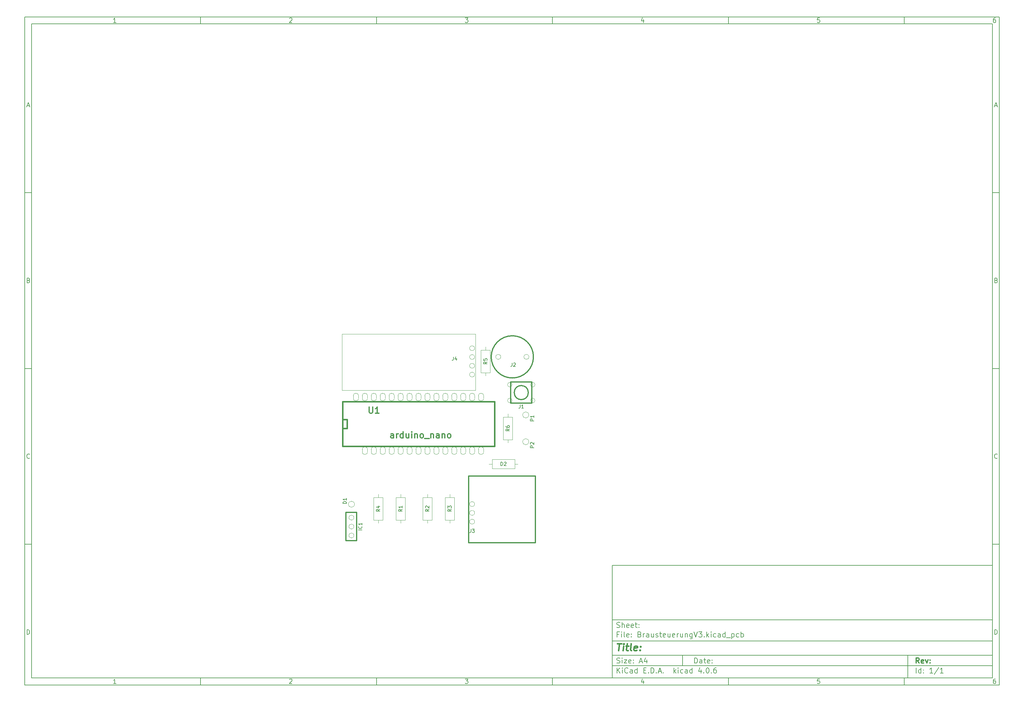
<source format=gto>
%TF.GenerationSoftware,KiCad,Pcbnew,4.0.6*%
%TF.CreationDate,2018-01-11T12:13:06+01:00*%
%TF.ProjectId,BrausteuerungV3,42726175737465756572756E6756332E,rev?*%
%TF.FileFunction,Legend,Top*%
%FSLAX46Y46*%
G04 Gerber Fmt 4.6, Leading zero omitted, Abs format (unit mm)*
G04 Created by KiCad (PCBNEW 4.0.6) date 01/11/18 12:13:06*
%MOMM*%
%LPD*%
G01*
G04 APERTURE LIST*
%ADD10C,0.100000*%
%ADD11C,0.150000*%
%ADD12C,0.300000*%
%ADD13C,0.400000*%
%ADD14C,0.120000*%
%ADD15C,0.381000*%
%ADD16C,0.304800*%
G04 APERTURE END LIST*
D10*
D11*
X177002200Y-166007200D02*
X177002200Y-198007200D01*
X285002200Y-198007200D01*
X285002200Y-166007200D01*
X177002200Y-166007200D01*
D10*
D11*
X10000000Y-10000000D02*
X10000000Y-200007200D01*
X287002200Y-200007200D01*
X287002200Y-10000000D01*
X10000000Y-10000000D01*
D10*
D11*
X12000000Y-12000000D02*
X12000000Y-198007200D01*
X285002200Y-198007200D01*
X285002200Y-12000000D01*
X12000000Y-12000000D01*
D10*
D11*
X60000000Y-12000000D02*
X60000000Y-10000000D01*
D10*
D11*
X110000000Y-12000000D02*
X110000000Y-10000000D01*
D10*
D11*
X160000000Y-12000000D02*
X160000000Y-10000000D01*
D10*
D11*
X210000000Y-12000000D02*
X210000000Y-10000000D01*
D10*
D11*
X260000000Y-12000000D02*
X260000000Y-10000000D01*
D10*
D11*
X35990476Y-11588095D02*
X35247619Y-11588095D01*
X35619048Y-11588095D02*
X35619048Y-10288095D01*
X35495238Y-10473810D01*
X35371429Y-10597619D01*
X35247619Y-10659524D01*
D10*
D11*
X85247619Y-10411905D02*
X85309524Y-10350000D01*
X85433333Y-10288095D01*
X85742857Y-10288095D01*
X85866667Y-10350000D01*
X85928571Y-10411905D01*
X85990476Y-10535714D01*
X85990476Y-10659524D01*
X85928571Y-10845238D01*
X85185714Y-11588095D01*
X85990476Y-11588095D01*
D10*
D11*
X135185714Y-10288095D02*
X135990476Y-10288095D01*
X135557143Y-10783333D01*
X135742857Y-10783333D01*
X135866667Y-10845238D01*
X135928571Y-10907143D01*
X135990476Y-11030952D01*
X135990476Y-11340476D01*
X135928571Y-11464286D01*
X135866667Y-11526190D01*
X135742857Y-11588095D01*
X135371429Y-11588095D01*
X135247619Y-11526190D01*
X135185714Y-11464286D01*
D10*
D11*
X185866667Y-10721429D02*
X185866667Y-11588095D01*
X185557143Y-10226190D02*
X185247619Y-11154762D01*
X186052381Y-11154762D01*
D10*
D11*
X235928571Y-10288095D02*
X235309524Y-10288095D01*
X235247619Y-10907143D01*
X235309524Y-10845238D01*
X235433333Y-10783333D01*
X235742857Y-10783333D01*
X235866667Y-10845238D01*
X235928571Y-10907143D01*
X235990476Y-11030952D01*
X235990476Y-11340476D01*
X235928571Y-11464286D01*
X235866667Y-11526190D01*
X235742857Y-11588095D01*
X235433333Y-11588095D01*
X235309524Y-11526190D01*
X235247619Y-11464286D01*
D10*
D11*
X285866667Y-10288095D02*
X285619048Y-10288095D01*
X285495238Y-10350000D01*
X285433333Y-10411905D01*
X285309524Y-10597619D01*
X285247619Y-10845238D01*
X285247619Y-11340476D01*
X285309524Y-11464286D01*
X285371429Y-11526190D01*
X285495238Y-11588095D01*
X285742857Y-11588095D01*
X285866667Y-11526190D01*
X285928571Y-11464286D01*
X285990476Y-11340476D01*
X285990476Y-11030952D01*
X285928571Y-10907143D01*
X285866667Y-10845238D01*
X285742857Y-10783333D01*
X285495238Y-10783333D01*
X285371429Y-10845238D01*
X285309524Y-10907143D01*
X285247619Y-11030952D01*
D10*
D11*
X60000000Y-198007200D02*
X60000000Y-200007200D01*
D10*
D11*
X110000000Y-198007200D02*
X110000000Y-200007200D01*
D10*
D11*
X160000000Y-198007200D02*
X160000000Y-200007200D01*
D10*
D11*
X210000000Y-198007200D02*
X210000000Y-200007200D01*
D10*
D11*
X260000000Y-198007200D02*
X260000000Y-200007200D01*
D10*
D11*
X35990476Y-199595295D02*
X35247619Y-199595295D01*
X35619048Y-199595295D02*
X35619048Y-198295295D01*
X35495238Y-198481010D01*
X35371429Y-198604819D01*
X35247619Y-198666724D01*
D10*
D11*
X85247619Y-198419105D02*
X85309524Y-198357200D01*
X85433333Y-198295295D01*
X85742857Y-198295295D01*
X85866667Y-198357200D01*
X85928571Y-198419105D01*
X85990476Y-198542914D01*
X85990476Y-198666724D01*
X85928571Y-198852438D01*
X85185714Y-199595295D01*
X85990476Y-199595295D01*
D10*
D11*
X135185714Y-198295295D02*
X135990476Y-198295295D01*
X135557143Y-198790533D01*
X135742857Y-198790533D01*
X135866667Y-198852438D01*
X135928571Y-198914343D01*
X135990476Y-199038152D01*
X135990476Y-199347676D01*
X135928571Y-199471486D01*
X135866667Y-199533390D01*
X135742857Y-199595295D01*
X135371429Y-199595295D01*
X135247619Y-199533390D01*
X135185714Y-199471486D01*
D10*
D11*
X185866667Y-198728629D02*
X185866667Y-199595295D01*
X185557143Y-198233390D02*
X185247619Y-199161962D01*
X186052381Y-199161962D01*
D10*
D11*
X235928571Y-198295295D02*
X235309524Y-198295295D01*
X235247619Y-198914343D01*
X235309524Y-198852438D01*
X235433333Y-198790533D01*
X235742857Y-198790533D01*
X235866667Y-198852438D01*
X235928571Y-198914343D01*
X235990476Y-199038152D01*
X235990476Y-199347676D01*
X235928571Y-199471486D01*
X235866667Y-199533390D01*
X235742857Y-199595295D01*
X235433333Y-199595295D01*
X235309524Y-199533390D01*
X235247619Y-199471486D01*
D10*
D11*
X285866667Y-198295295D02*
X285619048Y-198295295D01*
X285495238Y-198357200D01*
X285433333Y-198419105D01*
X285309524Y-198604819D01*
X285247619Y-198852438D01*
X285247619Y-199347676D01*
X285309524Y-199471486D01*
X285371429Y-199533390D01*
X285495238Y-199595295D01*
X285742857Y-199595295D01*
X285866667Y-199533390D01*
X285928571Y-199471486D01*
X285990476Y-199347676D01*
X285990476Y-199038152D01*
X285928571Y-198914343D01*
X285866667Y-198852438D01*
X285742857Y-198790533D01*
X285495238Y-198790533D01*
X285371429Y-198852438D01*
X285309524Y-198914343D01*
X285247619Y-199038152D01*
D10*
D11*
X10000000Y-60000000D02*
X12000000Y-60000000D01*
D10*
D11*
X10000000Y-110000000D02*
X12000000Y-110000000D01*
D10*
D11*
X10000000Y-160000000D02*
X12000000Y-160000000D01*
D10*
D11*
X10690476Y-35216667D02*
X11309524Y-35216667D01*
X10566667Y-35588095D02*
X11000000Y-34288095D01*
X11433333Y-35588095D01*
D10*
D11*
X11092857Y-84907143D02*
X11278571Y-84969048D01*
X11340476Y-85030952D01*
X11402381Y-85154762D01*
X11402381Y-85340476D01*
X11340476Y-85464286D01*
X11278571Y-85526190D01*
X11154762Y-85588095D01*
X10659524Y-85588095D01*
X10659524Y-84288095D01*
X11092857Y-84288095D01*
X11216667Y-84350000D01*
X11278571Y-84411905D01*
X11340476Y-84535714D01*
X11340476Y-84659524D01*
X11278571Y-84783333D01*
X11216667Y-84845238D01*
X11092857Y-84907143D01*
X10659524Y-84907143D01*
D10*
D11*
X11402381Y-135464286D02*
X11340476Y-135526190D01*
X11154762Y-135588095D01*
X11030952Y-135588095D01*
X10845238Y-135526190D01*
X10721429Y-135402381D01*
X10659524Y-135278571D01*
X10597619Y-135030952D01*
X10597619Y-134845238D01*
X10659524Y-134597619D01*
X10721429Y-134473810D01*
X10845238Y-134350000D01*
X11030952Y-134288095D01*
X11154762Y-134288095D01*
X11340476Y-134350000D01*
X11402381Y-134411905D01*
D10*
D11*
X10659524Y-185588095D02*
X10659524Y-184288095D01*
X10969048Y-184288095D01*
X11154762Y-184350000D01*
X11278571Y-184473810D01*
X11340476Y-184597619D01*
X11402381Y-184845238D01*
X11402381Y-185030952D01*
X11340476Y-185278571D01*
X11278571Y-185402381D01*
X11154762Y-185526190D01*
X10969048Y-185588095D01*
X10659524Y-185588095D01*
D10*
D11*
X287002200Y-60000000D02*
X285002200Y-60000000D01*
D10*
D11*
X287002200Y-110000000D02*
X285002200Y-110000000D01*
D10*
D11*
X287002200Y-160000000D02*
X285002200Y-160000000D01*
D10*
D11*
X285692676Y-35216667D02*
X286311724Y-35216667D01*
X285568867Y-35588095D02*
X286002200Y-34288095D01*
X286435533Y-35588095D01*
D10*
D11*
X286095057Y-84907143D02*
X286280771Y-84969048D01*
X286342676Y-85030952D01*
X286404581Y-85154762D01*
X286404581Y-85340476D01*
X286342676Y-85464286D01*
X286280771Y-85526190D01*
X286156962Y-85588095D01*
X285661724Y-85588095D01*
X285661724Y-84288095D01*
X286095057Y-84288095D01*
X286218867Y-84350000D01*
X286280771Y-84411905D01*
X286342676Y-84535714D01*
X286342676Y-84659524D01*
X286280771Y-84783333D01*
X286218867Y-84845238D01*
X286095057Y-84907143D01*
X285661724Y-84907143D01*
D10*
D11*
X286404581Y-135464286D02*
X286342676Y-135526190D01*
X286156962Y-135588095D01*
X286033152Y-135588095D01*
X285847438Y-135526190D01*
X285723629Y-135402381D01*
X285661724Y-135278571D01*
X285599819Y-135030952D01*
X285599819Y-134845238D01*
X285661724Y-134597619D01*
X285723629Y-134473810D01*
X285847438Y-134350000D01*
X286033152Y-134288095D01*
X286156962Y-134288095D01*
X286342676Y-134350000D01*
X286404581Y-134411905D01*
D10*
D11*
X285661724Y-185588095D02*
X285661724Y-184288095D01*
X285971248Y-184288095D01*
X286156962Y-184350000D01*
X286280771Y-184473810D01*
X286342676Y-184597619D01*
X286404581Y-184845238D01*
X286404581Y-185030952D01*
X286342676Y-185278571D01*
X286280771Y-185402381D01*
X286156962Y-185526190D01*
X285971248Y-185588095D01*
X285661724Y-185588095D01*
D10*
D11*
X200359343Y-193785771D02*
X200359343Y-192285771D01*
X200716486Y-192285771D01*
X200930771Y-192357200D01*
X201073629Y-192500057D01*
X201145057Y-192642914D01*
X201216486Y-192928629D01*
X201216486Y-193142914D01*
X201145057Y-193428629D01*
X201073629Y-193571486D01*
X200930771Y-193714343D01*
X200716486Y-193785771D01*
X200359343Y-193785771D01*
X202502200Y-193785771D02*
X202502200Y-193000057D01*
X202430771Y-192857200D01*
X202287914Y-192785771D01*
X202002200Y-192785771D01*
X201859343Y-192857200D01*
X202502200Y-193714343D02*
X202359343Y-193785771D01*
X202002200Y-193785771D01*
X201859343Y-193714343D01*
X201787914Y-193571486D01*
X201787914Y-193428629D01*
X201859343Y-193285771D01*
X202002200Y-193214343D01*
X202359343Y-193214343D01*
X202502200Y-193142914D01*
X203002200Y-192785771D02*
X203573629Y-192785771D01*
X203216486Y-192285771D02*
X203216486Y-193571486D01*
X203287914Y-193714343D01*
X203430772Y-193785771D01*
X203573629Y-193785771D01*
X204645057Y-193714343D02*
X204502200Y-193785771D01*
X204216486Y-193785771D01*
X204073629Y-193714343D01*
X204002200Y-193571486D01*
X204002200Y-193000057D01*
X204073629Y-192857200D01*
X204216486Y-192785771D01*
X204502200Y-192785771D01*
X204645057Y-192857200D01*
X204716486Y-193000057D01*
X204716486Y-193142914D01*
X204002200Y-193285771D01*
X205359343Y-193642914D02*
X205430771Y-193714343D01*
X205359343Y-193785771D01*
X205287914Y-193714343D01*
X205359343Y-193642914D01*
X205359343Y-193785771D01*
X205359343Y-192857200D02*
X205430771Y-192928629D01*
X205359343Y-193000057D01*
X205287914Y-192928629D01*
X205359343Y-192857200D01*
X205359343Y-193000057D01*
D10*
D11*
X177002200Y-194507200D02*
X285002200Y-194507200D01*
D10*
D11*
X178359343Y-196585771D02*
X178359343Y-195085771D01*
X179216486Y-196585771D02*
X178573629Y-195728629D01*
X179216486Y-195085771D02*
X178359343Y-195942914D01*
X179859343Y-196585771D02*
X179859343Y-195585771D01*
X179859343Y-195085771D02*
X179787914Y-195157200D01*
X179859343Y-195228629D01*
X179930771Y-195157200D01*
X179859343Y-195085771D01*
X179859343Y-195228629D01*
X181430772Y-196442914D02*
X181359343Y-196514343D01*
X181145057Y-196585771D01*
X181002200Y-196585771D01*
X180787915Y-196514343D01*
X180645057Y-196371486D01*
X180573629Y-196228629D01*
X180502200Y-195942914D01*
X180502200Y-195728629D01*
X180573629Y-195442914D01*
X180645057Y-195300057D01*
X180787915Y-195157200D01*
X181002200Y-195085771D01*
X181145057Y-195085771D01*
X181359343Y-195157200D01*
X181430772Y-195228629D01*
X182716486Y-196585771D02*
X182716486Y-195800057D01*
X182645057Y-195657200D01*
X182502200Y-195585771D01*
X182216486Y-195585771D01*
X182073629Y-195657200D01*
X182716486Y-196514343D02*
X182573629Y-196585771D01*
X182216486Y-196585771D01*
X182073629Y-196514343D01*
X182002200Y-196371486D01*
X182002200Y-196228629D01*
X182073629Y-196085771D01*
X182216486Y-196014343D01*
X182573629Y-196014343D01*
X182716486Y-195942914D01*
X184073629Y-196585771D02*
X184073629Y-195085771D01*
X184073629Y-196514343D02*
X183930772Y-196585771D01*
X183645058Y-196585771D01*
X183502200Y-196514343D01*
X183430772Y-196442914D01*
X183359343Y-196300057D01*
X183359343Y-195871486D01*
X183430772Y-195728629D01*
X183502200Y-195657200D01*
X183645058Y-195585771D01*
X183930772Y-195585771D01*
X184073629Y-195657200D01*
X185930772Y-195800057D02*
X186430772Y-195800057D01*
X186645058Y-196585771D02*
X185930772Y-196585771D01*
X185930772Y-195085771D01*
X186645058Y-195085771D01*
X187287915Y-196442914D02*
X187359343Y-196514343D01*
X187287915Y-196585771D01*
X187216486Y-196514343D01*
X187287915Y-196442914D01*
X187287915Y-196585771D01*
X188002201Y-196585771D02*
X188002201Y-195085771D01*
X188359344Y-195085771D01*
X188573629Y-195157200D01*
X188716487Y-195300057D01*
X188787915Y-195442914D01*
X188859344Y-195728629D01*
X188859344Y-195942914D01*
X188787915Y-196228629D01*
X188716487Y-196371486D01*
X188573629Y-196514343D01*
X188359344Y-196585771D01*
X188002201Y-196585771D01*
X189502201Y-196442914D02*
X189573629Y-196514343D01*
X189502201Y-196585771D01*
X189430772Y-196514343D01*
X189502201Y-196442914D01*
X189502201Y-196585771D01*
X190145058Y-196157200D02*
X190859344Y-196157200D01*
X190002201Y-196585771D02*
X190502201Y-195085771D01*
X191002201Y-196585771D01*
X191502201Y-196442914D02*
X191573629Y-196514343D01*
X191502201Y-196585771D01*
X191430772Y-196514343D01*
X191502201Y-196442914D01*
X191502201Y-196585771D01*
X194502201Y-196585771D02*
X194502201Y-195085771D01*
X194645058Y-196014343D02*
X195073629Y-196585771D01*
X195073629Y-195585771D02*
X194502201Y-196157200D01*
X195716487Y-196585771D02*
X195716487Y-195585771D01*
X195716487Y-195085771D02*
X195645058Y-195157200D01*
X195716487Y-195228629D01*
X195787915Y-195157200D01*
X195716487Y-195085771D01*
X195716487Y-195228629D01*
X197073630Y-196514343D02*
X196930773Y-196585771D01*
X196645059Y-196585771D01*
X196502201Y-196514343D01*
X196430773Y-196442914D01*
X196359344Y-196300057D01*
X196359344Y-195871486D01*
X196430773Y-195728629D01*
X196502201Y-195657200D01*
X196645059Y-195585771D01*
X196930773Y-195585771D01*
X197073630Y-195657200D01*
X198359344Y-196585771D02*
X198359344Y-195800057D01*
X198287915Y-195657200D01*
X198145058Y-195585771D01*
X197859344Y-195585771D01*
X197716487Y-195657200D01*
X198359344Y-196514343D02*
X198216487Y-196585771D01*
X197859344Y-196585771D01*
X197716487Y-196514343D01*
X197645058Y-196371486D01*
X197645058Y-196228629D01*
X197716487Y-196085771D01*
X197859344Y-196014343D01*
X198216487Y-196014343D01*
X198359344Y-195942914D01*
X199716487Y-196585771D02*
X199716487Y-195085771D01*
X199716487Y-196514343D02*
X199573630Y-196585771D01*
X199287916Y-196585771D01*
X199145058Y-196514343D01*
X199073630Y-196442914D01*
X199002201Y-196300057D01*
X199002201Y-195871486D01*
X199073630Y-195728629D01*
X199145058Y-195657200D01*
X199287916Y-195585771D01*
X199573630Y-195585771D01*
X199716487Y-195657200D01*
X202216487Y-195585771D02*
X202216487Y-196585771D01*
X201859344Y-195014343D02*
X201502201Y-196085771D01*
X202430773Y-196085771D01*
X203002201Y-196442914D02*
X203073629Y-196514343D01*
X203002201Y-196585771D01*
X202930772Y-196514343D01*
X203002201Y-196442914D01*
X203002201Y-196585771D01*
X204002201Y-195085771D02*
X204145058Y-195085771D01*
X204287915Y-195157200D01*
X204359344Y-195228629D01*
X204430773Y-195371486D01*
X204502201Y-195657200D01*
X204502201Y-196014343D01*
X204430773Y-196300057D01*
X204359344Y-196442914D01*
X204287915Y-196514343D01*
X204145058Y-196585771D01*
X204002201Y-196585771D01*
X203859344Y-196514343D01*
X203787915Y-196442914D01*
X203716487Y-196300057D01*
X203645058Y-196014343D01*
X203645058Y-195657200D01*
X203716487Y-195371486D01*
X203787915Y-195228629D01*
X203859344Y-195157200D01*
X204002201Y-195085771D01*
X205145058Y-196442914D02*
X205216486Y-196514343D01*
X205145058Y-196585771D01*
X205073629Y-196514343D01*
X205145058Y-196442914D01*
X205145058Y-196585771D01*
X206502201Y-195085771D02*
X206216487Y-195085771D01*
X206073630Y-195157200D01*
X206002201Y-195228629D01*
X205859344Y-195442914D01*
X205787915Y-195728629D01*
X205787915Y-196300057D01*
X205859344Y-196442914D01*
X205930772Y-196514343D01*
X206073630Y-196585771D01*
X206359344Y-196585771D01*
X206502201Y-196514343D01*
X206573630Y-196442914D01*
X206645058Y-196300057D01*
X206645058Y-195942914D01*
X206573630Y-195800057D01*
X206502201Y-195728629D01*
X206359344Y-195657200D01*
X206073630Y-195657200D01*
X205930772Y-195728629D01*
X205859344Y-195800057D01*
X205787915Y-195942914D01*
D10*
D11*
X177002200Y-191507200D02*
X285002200Y-191507200D01*
D10*
D12*
X264216486Y-193785771D02*
X263716486Y-193071486D01*
X263359343Y-193785771D02*
X263359343Y-192285771D01*
X263930771Y-192285771D01*
X264073629Y-192357200D01*
X264145057Y-192428629D01*
X264216486Y-192571486D01*
X264216486Y-192785771D01*
X264145057Y-192928629D01*
X264073629Y-193000057D01*
X263930771Y-193071486D01*
X263359343Y-193071486D01*
X265430771Y-193714343D02*
X265287914Y-193785771D01*
X265002200Y-193785771D01*
X264859343Y-193714343D01*
X264787914Y-193571486D01*
X264787914Y-193000057D01*
X264859343Y-192857200D01*
X265002200Y-192785771D01*
X265287914Y-192785771D01*
X265430771Y-192857200D01*
X265502200Y-193000057D01*
X265502200Y-193142914D01*
X264787914Y-193285771D01*
X266002200Y-192785771D02*
X266359343Y-193785771D01*
X266716485Y-192785771D01*
X267287914Y-193642914D02*
X267359342Y-193714343D01*
X267287914Y-193785771D01*
X267216485Y-193714343D01*
X267287914Y-193642914D01*
X267287914Y-193785771D01*
X267287914Y-192857200D02*
X267359342Y-192928629D01*
X267287914Y-193000057D01*
X267216485Y-192928629D01*
X267287914Y-192857200D01*
X267287914Y-193000057D01*
D10*
D11*
X178287914Y-193714343D02*
X178502200Y-193785771D01*
X178859343Y-193785771D01*
X179002200Y-193714343D01*
X179073629Y-193642914D01*
X179145057Y-193500057D01*
X179145057Y-193357200D01*
X179073629Y-193214343D01*
X179002200Y-193142914D01*
X178859343Y-193071486D01*
X178573629Y-193000057D01*
X178430771Y-192928629D01*
X178359343Y-192857200D01*
X178287914Y-192714343D01*
X178287914Y-192571486D01*
X178359343Y-192428629D01*
X178430771Y-192357200D01*
X178573629Y-192285771D01*
X178930771Y-192285771D01*
X179145057Y-192357200D01*
X179787914Y-193785771D02*
X179787914Y-192785771D01*
X179787914Y-192285771D02*
X179716485Y-192357200D01*
X179787914Y-192428629D01*
X179859342Y-192357200D01*
X179787914Y-192285771D01*
X179787914Y-192428629D01*
X180359343Y-192785771D02*
X181145057Y-192785771D01*
X180359343Y-193785771D01*
X181145057Y-193785771D01*
X182287914Y-193714343D02*
X182145057Y-193785771D01*
X181859343Y-193785771D01*
X181716486Y-193714343D01*
X181645057Y-193571486D01*
X181645057Y-193000057D01*
X181716486Y-192857200D01*
X181859343Y-192785771D01*
X182145057Y-192785771D01*
X182287914Y-192857200D01*
X182359343Y-193000057D01*
X182359343Y-193142914D01*
X181645057Y-193285771D01*
X183002200Y-193642914D02*
X183073628Y-193714343D01*
X183002200Y-193785771D01*
X182930771Y-193714343D01*
X183002200Y-193642914D01*
X183002200Y-193785771D01*
X183002200Y-192857200D02*
X183073628Y-192928629D01*
X183002200Y-193000057D01*
X182930771Y-192928629D01*
X183002200Y-192857200D01*
X183002200Y-193000057D01*
X184787914Y-193357200D02*
X185502200Y-193357200D01*
X184645057Y-193785771D02*
X185145057Y-192285771D01*
X185645057Y-193785771D01*
X186787914Y-192785771D02*
X186787914Y-193785771D01*
X186430771Y-192214343D02*
X186073628Y-193285771D01*
X187002200Y-193285771D01*
D10*
D11*
X263359343Y-196585771D02*
X263359343Y-195085771D01*
X264716486Y-196585771D02*
X264716486Y-195085771D01*
X264716486Y-196514343D02*
X264573629Y-196585771D01*
X264287915Y-196585771D01*
X264145057Y-196514343D01*
X264073629Y-196442914D01*
X264002200Y-196300057D01*
X264002200Y-195871486D01*
X264073629Y-195728629D01*
X264145057Y-195657200D01*
X264287915Y-195585771D01*
X264573629Y-195585771D01*
X264716486Y-195657200D01*
X265430772Y-196442914D02*
X265502200Y-196514343D01*
X265430772Y-196585771D01*
X265359343Y-196514343D01*
X265430772Y-196442914D01*
X265430772Y-196585771D01*
X265430772Y-195657200D02*
X265502200Y-195728629D01*
X265430772Y-195800057D01*
X265359343Y-195728629D01*
X265430772Y-195657200D01*
X265430772Y-195800057D01*
X268073629Y-196585771D02*
X267216486Y-196585771D01*
X267645058Y-196585771D02*
X267645058Y-195085771D01*
X267502201Y-195300057D01*
X267359343Y-195442914D01*
X267216486Y-195514343D01*
X269787914Y-195014343D02*
X268502200Y-196942914D01*
X271073629Y-196585771D02*
X270216486Y-196585771D01*
X270645058Y-196585771D02*
X270645058Y-195085771D01*
X270502201Y-195300057D01*
X270359343Y-195442914D01*
X270216486Y-195514343D01*
D10*
D11*
X177002200Y-187507200D02*
X285002200Y-187507200D01*
D10*
D13*
X178454581Y-188211962D02*
X179597438Y-188211962D01*
X178776010Y-190211962D02*
X179026010Y-188211962D01*
X180014105Y-190211962D02*
X180180771Y-188878629D01*
X180264105Y-188211962D02*
X180156962Y-188307200D01*
X180240295Y-188402438D01*
X180347439Y-188307200D01*
X180264105Y-188211962D01*
X180240295Y-188402438D01*
X180847438Y-188878629D02*
X181609343Y-188878629D01*
X181216486Y-188211962D02*
X181002200Y-189926248D01*
X181073630Y-190116724D01*
X181252201Y-190211962D01*
X181442677Y-190211962D01*
X182395058Y-190211962D02*
X182216487Y-190116724D01*
X182145057Y-189926248D01*
X182359343Y-188211962D01*
X183930772Y-190116724D02*
X183728391Y-190211962D01*
X183347439Y-190211962D01*
X183168867Y-190116724D01*
X183097438Y-189926248D01*
X183192676Y-189164343D01*
X183311724Y-188973867D01*
X183514105Y-188878629D01*
X183895057Y-188878629D01*
X184073629Y-188973867D01*
X184145057Y-189164343D01*
X184121248Y-189354819D01*
X183145057Y-189545295D01*
X184895057Y-190021486D02*
X184978392Y-190116724D01*
X184871248Y-190211962D01*
X184787915Y-190116724D01*
X184895057Y-190021486D01*
X184871248Y-190211962D01*
X185026010Y-188973867D02*
X185109344Y-189069105D01*
X185002200Y-189164343D01*
X184918867Y-189069105D01*
X185026010Y-188973867D01*
X185002200Y-189164343D01*
D10*
D11*
X178859343Y-185600057D02*
X178359343Y-185600057D01*
X178359343Y-186385771D02*
X178359343Y-184885771D01*
X179073629Y-184885771D01*
X179645057Y-186385771D02*
X179645057Y-185385771D01*
X179645057Y-184885771D02*
X179573628Y-184957200D01*
X179645057Y-185028629D01*
X179716485Y-184957200D01*
X179645057Y-184885771D01*
X179645057Y-185028629D01*
X180573629Y-186385771D02*
X180430771Y-186314343D01*
X180359343Y-186171486D01*
X180359343Y-184885771D01*
X181716485Y-186314343D02*
X181573628Y-186385771D01*
X181287914Y-186385771D01*
X181145057Y-186314343D01*
X181073628Y-186171486D01*
X181073628Y-185600057D01*
X181145057Y-185457200D01*
X181287914Y-185385771D01*
X181573628Y-185385771D01*
X181716485Y-185457200D01*
X181787914Y-185600057D01*
X181787914Y-185742914D01*
X181073628Y-185885771D01*
X182430771Y-186242914D02*
X182502199Y-186314343D01*
X182430771Y-186385771D01*
X182359342Y-186314343D01*
X182430771Y-186242914D01*
X182430771Y-186385771D01*
X182430771Y-185457200D02*
X182502199Y-185528629D01*
X182430771Y-185600057D01*
X182359342Y-185528629D01*
X182430771Y-185457200D01*
X182430771Y-185600057D01*
X184787914Y-185600057D02*
X185002200Y-185671486D01*
X185073628Y-185742914D01*
X185145057Y-185885771D01*
X185145057Y-186100057D01*
X185073628Y-186242914D01*
X185002200Y-186314343D01*
X184859342Y-186385771D01*
X184287914Y-186385771D01*
X184287914Y-184885771D01*
X184787914Y-184885771D01*
X184930771Y-184957200D01*
X185002200Y-185028629D01*
X185073628Y-185171486D01*
X185073628Y-185314343D01*
X185002200Y-185457200D01*
X184930771Y-185528629D01*
X184787914Y-185600057D01*
X184287914Y-185600057D01*
X185787914Y-186385771D02*
X185787914Y-185385771D01*
X185787914Y-185671486D02*
X185859342Y-185528629D01*
X185930771Y-185457200D01*
X186073628Y-185385771D01*
X186216485Y-185385771D01*
X187359342Y-186385771D02*
X187359342Y-185600057D01*
X187287913Y-185457200D01*
X187145056Y-185385771D01*
X186859342Y-185385771D01*
X186716485Y-185457200D01*
X187359342Y-186314343D02*
X187216485Y-186385771D01*
X186859342Y-186385771D01*
X186716485Y-186314343D01*
X186645056Y-186171486D01*
X186645056Y-186028629D01*
X186716485Y-185885771D01*
X186859342Y-185814343D01*
X187216485Y-185814343D01*
X187359342Y-185742914D01*
X188716485Y-185385771D02*
X188716485Y-186385771D01*
X188073628Y-185385771D02*
X188073628Y-186171486D01*
X188145056Y-186314343D01*
X188287914Y-186385771D01*
X188502199Y-186385771D01*
X188645056Y-186314343D01*
X188716485Y-186242914D01*
X189359342Y-186314343D02*
X189502199Y-186385771D01*
X189787914Y-186385771D01*
X189930771Y-186314343D01*
X190002199Y-186171486D01*
X190002199Y-186100057D01*
X189930771Y-185957200D01*
X189787914Y-185885771D01*
X189573628Y-185885771D01*
X189430771Y-185814343D01*
X189359342Y-185671486D01*
X189359342Y-185600057D01*
X189430771Y-185457200D01*
X189573628Y-185385771D01*
X189787914Y-185385771D01*
X189930771Y-185457200D01*
X190430771Y-185385771D02*
X191002200Y-185385771D01*
X190645057Y-184885771D02*
X190645057Y-186171486D01*
X190716485Y-186314343D01*
X190859343Y-186385771D01*
X191002200Y-186385771D01*
X192073628Y-186314343D02*
X191930771Y-186385771D01*
X191645057Y-186385771D01*
X191502200Y-186314343D01*
X191430771Y-186171486D01*
X191430771Y-185600057D01*
X191502200Y-185457200D01*
X191645057Y-185385771D01*
X191930771Y-185385771D01*
X192073628Y-185457200D01*
X192145057Y-185600057D01*
X192145057Y-185742914D01*
X191430771Y-185885771D01*
X193430771Y-185385771D02*
X193430771Y-186385771D01*
X192787914Y-185385771D02*
X192787914Y-186171486D01*
X192859342Y-186314343D01*
X193002200Y-186385771D01*
X193216485Y-186385771D01*
X193359342Y-186314343D01*
X193430771Y-186242914D01*
X194716485Y-186314343D02*
X194573628Y-186385771D01*
X194287914Y-186385771D01*
X194145057Y-186314343D01*
X194073628Y-186171486D01*
X194073628Y-185600057D01*
X194145057Y-185457200D01*
X194287914Y-185385771D01*
X194573628Y-185385771D01*
X194716485Y-185457200D01*
X194787914Y-185600057D01*
X194787914Y-185742914D01*
X194073628Y-185885771D01*
X195430771Y-186385771D02*
X195430771Y-185385771D01*
X195430771Y-185671486D02*
X195502199Y-185528629D01*
X195573628Y-185457200D01*
X195716485Y-185385771D01*
X195859342Y-185385771D01*
X197002199Y-185385771D02*
X197002199Y-186385771D01*
X196359342Y-185385771D02*
X196359342Y-186171486D01*
X196430770Y-186314343D01*
X196573628Y-186385771D01*
X196787913Y-186385771D01*
X196930770Y-186314343D01*
X197002199Y-186242914D01*
X197716485Y-185385771D02*
X197716485Y-186385771D01*
X197716485Y-185528629D02*
X197787913Y-185457200D01*
X197930771Y-185385771D01*
X198145056Y-185385771D01*
X198287913Y-185457200D01*
X198359342Y-185600057D01*
X198359342Y-186385771D01*
X199716485Y-185385771D02*
X199716485Y-186600057D01*
X199645056Y-186742914D01*
X199573628Y-186814343D01*
X199430771Y-186885771D01*
X199216485Y-186885771D01*
X199073628Y-186814343D01*
X199716485Y-186314343D02*
X199573628Y-186385771D01*
X199287914Y-186385771D01*
X199145056Y-186314343D01*
X199073628Y-186242914D01*
X199002199Y-186100057D01*
X199002199Y-185671486D01*
X199073628Y-185528629D01*
X199145056Y-185457200D01*
X199287914Y-185385771D01*
X199573628Y-185385771D01*
X199716485Y-185457200D01*
X200216485Y-184885771D02*
X200716485Y-186385771D01*
X201216485Y-184885771D01*
X201573628Y-184885771D02*
X202502199Y-184885771D01*
X202002199Y-185457200D01*
X202216485Y-185457200D01*
X202359342Y-185528629D01*
X202430771Y-185600057D01*
X202502199Y-185742914D01*
X202502199Y-186100057D01*
X202430771Y-186242914D01*
X202359342Y-186314343D01*
X202216485Y-186385771D01*
X201787913Y-186385771D01*
X201645056Y-186314343D01*
X201573628Y-186242914D01*
X203145056Y-186242914D02*
X203216484Y-186314343D01*
X203145056Y-186385771D01*
X203073627Y-186314343D01*
X203145056Y-186242914D01*
X203145056Y-186385771D01*
X203859342Y-186385771D02*
X203859342Y-184885771D01*
X204002199Y-185814343D02*
X204430770Y-186385771D01*
X204430770Y-185385771D02*
X203859342Y-185957200D01*
X205073628Y-186385771D02*
X205073628Y-185385771D01*
X205073628Y-184885771D02*
X205002199Y-184957200D01*
X205073628Y-185028629D01*
X205145056Y-184957200D01*
X205073628Y-184885771D01*
X205073628Y-185028629D01*
X206430771Y-186314343D02*
X206287914Y-186385771D01*
X206002200Y-186385771D01*
X205859342Y-186314343D01*
X205787914Y-186242914D01*
X205716485Y-186100057D01*
X205716485Y-185671486D01*
X205787914Y-185528629D01*
X205859342Y-185457200D01*
X206002200Y-185385771D01*
X206287914Y-185385771D01*
X206430771Y-185457200D01*
X207716485Y-186385771D02*
X207716485Y-185600057D01*
X207645056Y-185457200D01*
X207502199Y-185385771D01*
X207216485Y-185385771D01*
X207073628Y-185457200D01*
X207716485Y-186314343D02*
X207573628Y-186385771D01*
X207216485Y-186385771D01*
X207073628Y-186314343D01*
X207002199Y-186171486D01*
X207002199Y-186028629D01*
X207073628Y-185885771D01*
X207216485Y-185814343D01*
X207573628Y-185814343D01*
X207716485Y-185742914D01*
X209073628Y-186385771D02*
X209073628Y-184885771D01*
X209073628Y-186314343D02*
X208930771Y-186385771D01*
X208645057Y-186385771D01*
X208502199Y-186314343D01*
X208430771Y-186242914D01*
X208359342Y-186100057D01*
X208359342Y-185671486D01*
X208430771Y-185528629D01*
X208502199Y-185457200D01*
X208645057Y-185385771D01*
X208930771Y-185385771D01*
X209073628Y-185457200D01*
X209430771Y-186528629D02*
X210573628Y-186528629D01*
X210930771Y-185385771D02*
X210930771Y-186885771D01*
X210930771Y-185457200D02*
X211073628Y-185385771D01*
X211359342Y-185385771D01*
X211502199Y-185457200D01*
X211573628Y-185528629D01*
X211645057Y-185671486D01*
X211645057Y-186100057D01*
X211573628Y-186242914D01*
X211502199Y-186314343D01*
X211359342Y-186385771D01*
X211073628Y-186385771D01*
X210930771Y-186314343D01*
X212930771Y-186314343D02*
X212787914Y-186385771D01*
X212502200Y-186385771D01*
X212359342Y-186314343D01*
X212287914Y-186242914D01*
X212216485Y-186100057D01*
X212216485Y-185671486D01*
X212287914Y-185528629D01*
X212359342Y-185457200D01*
X212502200Y-185385771D01*
X212787914Y-185385771D01*
X212930771Y-185457200D01*
X213573628Y-186385771D02*
X213573628Y-184885771D01*
X213573628Y-185457200D02*
X213716485Y-185385771D01*
X214002199Y-185385771D01*
X214145056Y-185457200D01*
X214216485Y-185528629D01*
X214287914Y-185671486D01*
X214287914Y-186100057D01*
X214216485Y-186242914D01*
X214145056Y-186314343D01*
X214002199Y-186385771D01*
X213716485Y-186385771D01*
X213573628Y-186314343D01*
D10*
D11*
X177002200Y-181507200D02*
X285002200Y-181507200D01*
D10*
D11*
X178287914Y-183614343D02*
X178502200Y-183685771D01*
X178859343Y-183685771D01*
X179002200Y-183614343D01*
X179073629Y-183542914D01*
X179145057Y-183400057D01*
X179145057Y-183257200D01*
X179073629Y-183114343D01*
X179002200Y-183042914D01*
X178859343Y-182971486D01*
X178573629Y-182900057D01*
X178430771Y-182828629D01*
X178359343Y-182757200D01*
X178287914Y-182614343D01*
X178287914Y-182471486D01*
X178359343Y-182328629D01*
X178430771Y-182257200D01*
X178573629Y-182185771D01*
X178930771Y-182185771D01*
X179145057Y-182257200D01*
X179787914Y-183685771D02*
X179787914Y-182185771D01*
X180430771Y-183685771D02*
X180430771Y-182900057D01*
X180359342Y-182757200D01*
X180216485Y-182685771D01*
X180002200Y-182685771D01*
X179859342Y-182757200D01*
X179787914Y-182828629D01*
X181716485Y-183614343D02*
X181573628Y-183685771D01*
X181287914Y-183685771D01*
X181145057Y-183614343D01*
X181073628Y-183471486D01*
X181073628Y-182900057D01*
X181145057Y-182757200D01*
X181287914Y-182685771D01*
X181573628Y-182685771D01*
X181716485Y-182757200D01*
X181787914Y-182900057D01*
X181787914Y-183042914D01*
X181073628Y-183185771D01*
X183002199Y-183614343D02*
X182859342Y-183685771D01*
X182573628Y-183685771D01*
X182430771Y-183614343D01*
X182359342Y-183471486D01*
X182359342Y-182900057D01*
X182430771Y-182757200D01*
X182573628Y-182685771D01*
X182859342Y-182685771D01*
X183002199Y-182757200D01*
X183073628Y-182900057D01*
X183073628Y-183042914D01*
X182359342Y-183185771D01*
X183502199Y-182685771D02*
X184073628Y-182685771D01*
X183716485Y-182185771D02*
X183716485Y-183471486D01*
X183787913Y-183614343D01*
X183930771Y-183685771D01*
X184073628Y-183685771D01*
X184573628Y-183542914D02*
X184645056Y-183614343D01*
X184573628Y-183685771D01*
X184502199Y-183614343D01*
X184573628Y-183542914D01*
X184573628Y-183685771D01*
X184573628Y-182757200D02*
X184645056Y-182828629D01*
X184573628Y-182900057D01*
X184502199Y-182828629D01*
X184573628Y-182757200D01*
X184573628Y-182900057D01*
D10*
D11*
X197002200Y-191507200D02*
X197002200Y-194507200D01*
D10*
D11*
X261002200Y-191507200D02*
X261002200Y-198007200D01*
D12*
X155160000Y-159550000D02*
X155160000Y-140550000D01*
X155160000Y-140550000D02*
X136160000Y-140550000D01*
X136160000Y-140550000D02*
X136160000Y-159550000D01*
X136160000Y-159550000D02*
X155160000Y-159550000D01*
D14*
X142840000Y-135850000D02*
X142840000Y-138470000D01*
X142840000Y-138470000D02*
X149260000Y-138470000D01*
X149260000Y-138470000D02*
X149260000Y-135850000D01*
X149260000Y-135850000D02*
X142840000Y-135850000D01*
X141950000Y-137160000D02*
X142840000Y-137160000D01*
X150150000Y-137160000D02*
X149260000Y-137160000D01*
X103730000Y-148590000D02*
G75*
G03X103730000Y-148590000I-860000J0D01*
G01*
X102870000Y-147730000D02*
X102870000Y-147690000D01*
D12*
X101330000Y-158940000D02*
X101330000Y-150940000D01*
X101330000Y-150940000D02*
X104330000Y-150940000D01*
X104330000Y-150940000D02*
X104330000Y-158940000D01*
X104330000Y-158940000D02*
X101330000Y-158940000D01*
X153130000Y-116840000D02*
G75*
G03X153130000Y-116840000I-2000000J0D01*
G01*
X154130000Y-119840000D02*
X154130000Y-113840000D01*
X154130000Y-113840000D02*
X148130000Y-113840000D01*
X148130000Y-113840000D02*
X148130000Y-119840000D01*
X148130000Y-119840000D02*
X154130000Y-119840000D01*
X154590000Y-106680000D02*
G75*
G03X154590000Y-106680000I-6000000J0D01*
G01*
D10*
X138160000Y-116220000D02*
X100160000Y-116220000D01*
X100160000Y-116220000D02*
X100160000Y-100220000D01*
X138160000Y-100220000D02*
X100160000Y-100220000D01*
X138160000Y-116220000D02*
X138160000Y-100220000D01*
D14*
X153260000Y-123190000D02*
G75*
G03X153260000Y-123190000I-860000J0D01*
G01*
X152400000Y-124050000D02*
X152400000Y-124090000D01*
X153260000Y-130810000D02*
G75*
G03X153260000Y-130810000I-860000J0D01*
G01*
X152400000Y-131670000D02*
X152400000Y-131710000D01*
X115530000Y-153070000D02*
X118150000Y-153070000D01*
X118150000Y-153070000D02*
X118150000Y-146650000D01*
X118150000Y-146650000D02*
X115530000Y-146650000D01*
X115530000Y-146650000D02*
X115530000Y-153070000D01*
X116840000Y-153960000D02*
X116840000Y-153070000D01*
X116840000Y-145760000D02*
X116840000Y-146650000D01*
X125770000Y-146650000D02*
X123150000Y-146650000D01*
X123150000Y-146650000D02*
X123150000Y-153070000D01*
X123150000Y-153070000D02*
X125770000Y-153070000D01*
X125770000Y-153070000D02*
X125770000Y-146650000D01*
X124460000Y-145760000D02*
X124460000Y-146650000D01*
X124460000Y-153960000D02*
X124460000Y-153070000D01*
X129500000Y-153070000D02*
X132120000Y-153070000D01*
X132120000Y-153070000D02*
X132120000Y-146650000D01*
X132120000Y-146650000D02*
X129500000Y-146650000D01*
X129500000Y-146650000D02*
X129500000Y-153070000D01*
X130810000Y-153960000D02*
X130810000Y-153070000D01*
X130810000Y-145760000D02*
X130810000Y-146650000D01*
X109180000Y-153070000D02*
X111800000Y-153070000D01*
X111800000Y-153070000D02*
X111800000Y-146650000D01*
X111800000Y-146650000D02*
X109180000Y-146650000D01*
X109180000Y-146650000D02*
X109180000Y-153070000D01*
X110490000Y-153960000D02*
X110490000Y-153070000D01*
X110490000Y-145760000D02*
X110490000Y-146650000D01*
X142280000Y-104740000D02*
X139660000Y-104740000D01*
X139660000Y-104740000D02*
X139660000Y-111160000D01*
X139660000Y-111160000D02*
X142280000Y-111160000D01*
X142280000Y-111160000D02*
X142280000Y-104740000D01*
X140970000Y-103850000D02*
X140970000Y-104740000D01*
X140970000Y-112050000D02*
X140970000Y-111160000D01*
X148630000Y-123790000D02*
X146010000Y-123790000D01*
X146010000Y-123790000D02*
X146010000Y-130210000D01*
X146010000Y-130210000D02*
X148630000Y-130210000D01*
X148630000Y-130210000D02*
X148630000Y-123790000D01*
X147320000Y-122900000D02*
X147320000Y-123790000D01*
X147320000Y-131100000D02*
X147320000Y-130210000D01*
D15*
X100330000Y-119380000D02*
X143510000Y-119380000D01*
X143510000Y-119380000D02*
X143510000Y-132080000D01*
X143510000Y-132080000D02*
X100330000Y-132080000D01*
X100330000Y-132080000D02*
X100330000Y-119380000D01*
X100330000Y-127000000D02*
X101600000Y-127000000D01*
X101600000Y-127000000D02*
X101600000Y-124460000D01*
X101600000Y-124460000D02*
X100330000Y-124460000D01*
D10*
X137872000Y-148550000D02*
G75*
G03X137872000Y-148550000I-712000J0D01*
G01*
X137872000Y-151050000D02*
G75*
G03X137872000Y-151050000I-712000J0D01*
G01*
X137872000Y-153550000D02*
G75*
G03X137872000Y-153550000I-712000J0D01*
G01*
X103582000Y-157480000D02*
G75*
G03X103582000Y-157480000I-712000J0D01*
G01*
X103582000Y-154940000D02*
G75*
G03X103582000Y-154940000I-712000J0D01*
G01*
X103582000Y-152400000D02*
G75*
G03X103582000Y-152400000I-712000J0D01*
G01*
X155030000Y-119090000D02*
G75*
G03X155030000Y-119090000I-650000J0D01*
G01*
X148530000Y-119090000D02*
G75*
G03X148530000Y-119090000I-650000J0D01*
G01*
X148530000Y-114590000D02*
G75*
G03X148530000Y-114590000I-650000J0D01*
G01*
X155030000Y-114590000D02*
G75*
G03X155030000Y-114590000I-650000J0D01*
G01*
X153302000Y-106680000D02*
G75*
G03X153302000Y-106680000I-712000J0D01*
G01*
X145302000Y-106680000D02*
G75*
G03X145302000Y-106680000I-712000J0D01*
G01*
X137860000Y-111720000D02*
G75*
G03X137860000Y-111720000I-700000J0D01*
G01*
X137860000Y-109220000D02*
G75*
G03X137860000Y-109220000I-700000J0D01*
G01*
X137860000Y-106720000D02*
G75*
G03X137860000Y-106720000I-700000J0D01*
G01*
X137860000Y-104220000D02*
G75*
G03X137860000Y-104220000I-700000J0D01*
G01*
X105942600Y-132994400D02*
X105942600Y-133705600D01*
X107417400Y-132994400D02*
X107417400Y-133705600D01*
X105942600Y-133705600D02*
G75*
G03X107417400Y-133705600I737400J0D01*
G01*
X107417400Y-132994400D02*
G75*
G03X105942600Y-132994400I-737400J0D01*
G01*
X108482600Y-132994400D02*
X108482600Y-133705600D01*
X109957400Y-132994400D02*
X109957400Y-133705600D01*
X108482600Y-133705600D02*
G75*
G03X109957400Y-133705600I737400J0D01*
G01*
X109957400Y-132994400D02*
G75*
G03X108482600Y-132994400I-737400J0D01*
G01*
X111022600Y-132994400D02*
X111022600Y-133705600D01*
X112497400Y-132994400D02*
X112497400Y-133705600D01*
X111022600Y-133705600D02*
G75*
G03X112497400Y-133705600I737400J0D01*
G01*
X112497400Y-132994400D02*
G75*
G03X111022600Y-132994400I-737400J0D01*
G01*
X113562600Y-132994400D02*
X113562600Y-133705600D01*
X115037400Y-132994400D02*
X115037400Y-133705600D01*
X113562600Y-133705600D02*
G75*
G03X115037400Y-133705600I737400J0D01*
G01*
X115037400Y-132994400D02*
G75*
G03X113562600Y-132994400I-737400J0D01*
G01*
X116102600Y-132994400D02*
X116102600Y-133705600D01*
X117577400Y-132994400D02*
X117577400Y-133705600D01*
X116102600Y-133705600D02*
G75*
G03X117577400Y-133705600I737400J0D01*
G01*
X117577400Y-132994400D02*
G75*
G03X116102600Y-132994400I-737400J0D01*
G01*
X118642600Y-132994400D02*
X118642600Y-133705600D01*
X120117400Y-132994400D02*
X120117400Y-133705600D01*
X118642600Y-133705600D02*
G75*
G03X120117400Y-133705600I737400J0D01*
G01*
X120117400Y-132994400D02*
G75*
G03X118642600Y-132994400I-737400J0D01*
G01*
X121182600Y-132994400D02*
X121182600Y-133705600D01*
X122657400Y-132994400D02*
X122657400Y-133705600D01*
X121182600Y-133705600D02*
G75*
G03X122657400Y-133705600I737400J0D01*
G01*
X122657400Y-132994400D02*
G75*
G03X121182600Y-132994400I-737400J0D01*
G01*
X123722600Y-132994400D02*
X123722600Y-133705600D01*
X125197400Y-132994400D02*
X125197400Y-133705600D01*
X123722600Y-133705600D02*
G75*
G03X125197400Y-133705600I737400J0D01*
G01*
X125197400Y-132994400D02*
G75*
G03X123722600Y-132994400I-737400J0D01*
G01*
X126262600Y-132994400D02*
X126262600Y-133705600D01*
X127737400Y-132994400D02*
X127737400Y-133705600D01*
X126262600Y-133705600D02*
G75*
G03X127737400Y-133705600I737400J0D01*
G01*
X127737400Y-132994400D02*
G75*
G03X126262600Y-132994400I-737400J0D01*
G01*
X128802600Y-132994400D02*
X128802600Y-133705600D01*
X130277400Y-132994400D02*
X130277400Y-133705600D01*
X128802600Y-133705600D02*
G75*
G03X130277400Y-133705600I737400J0D01*
G01*
X130277400Y-132994400D02*
G75*
G03X128802600Y-132994400I-737400J0D01*
G01*
X131342600Y-132994400D02*
X131342600Y-133705600D01*
X132817400Y-132994400D02*
X132817400Y-133705600D01*
X131342600Y-133705600D02*
G75*
G03X132817400Y-133705600I737400J0D01*
G01*
X132817400Y-132994400D02*
G75*
G03X131342600Y-132994400I-737400J0D01*
G01*
X133882600Y-132994400D02*
X133882600Y-133705600D01*
X135357400Y-132994400D02*
X135357400Y-133705600D01*
X133882600Y-133705600D02*
G75*
G03X135357400Y-133705600I737400J0D01*
G01*
X135357400Y-132994400D02*
G75*
G03X133882600Y-132994400I-737400J0D01*
G01*
X136422600Y-132994400D02*
X136422600Y-133705600D01*
X137897400Y-132994400D02*
X137897400Y-133705600D01*
X136422600Y-133705600D02*
G75*
G03X137897400Y-133705600I737400J0D01*
G01*
X137897400Y-132994400D02*
G75*
G03X136422600Y-132994400I-737400J0D01*
G01*
X138962600Y-132994400D02*
X138962600Y-133705600D01*
X140437400Y-132994400D02*
X140437400Y-133705600D01*
X138962600Y-133705600D02*
G75*
G03X140437400Y-133705600I737400J0D01*
G01*
X140437400Y-132994400D02*
G75*
G03X138962600Y-132994400I-737400J0D01*
G01*
X138962600Y-117754400D02*
X138962600Y-118465600D01*
X140437400Y-117754400D02*
X140437400Y-118465600D01*
X138962600Y-118465600D02*
G75*
G03X140437400Y-118465600I737400J0D01*
G01*
X140437400Y-117754400D02*
G75*
G03X138962600Y-117754400I-737400J0D01*
G01*
X136422600Y-117754400D02*
X136422600Y-118465600D01*
X137897400Y-117754400D02*
X137897400Y-118465600D01*
X136422600Y-118465600D02*
G75*
G03X137897400Y-118465600I737400J0D01*
G01*
X137897400Y-117754400D02*
G75*
G03X136422600Y-117754400I-737400J0D01*
G01*
X133882600Y-117754400D02*
X133882600Y-118465600D01*
X135357400Y-117754400D02*
X135357400Y-118465600D01*
X133882600Y-118465600D02*
G75*
G03X135357400Y-118465600I737400J0D01*
G01*
X135357400Y-117754400D02*
G75*
G03X133882600Y-117754400I-737400J0D01*
G01*
X131342600Y-117754400D02*
X131342600Y-118465600D01*
X132817400Y-117754400D02*
X132817400Y-118465600D01*
X131342600Y-118465600D02*
G75*
G03X132817400Y-118465600I737400J0D01*
G01*
X132817400Y-117754400D02*
G75*
G03X131342600Y-117754400I-737400J0D01*
G01*
X128802600Y-117754400D02*
X128802600Y-118465600D01*
X130277400Y-117754400D02*
X130277400Y-118465600D01*
X128802600Y-118465600D02*
G75*
G03X130277400Y-118465600I737400J0D01*
G01*
X130277400Y-117754400D02*
G75*
G03X128802600Y-117754400I-737400J0D01*
G01*
X126262600Y-117754400D02*
X126262600Y-118465600D01*
X127737400Y-117754400D02*
X127737400Y-118465600D01*
X126262600Y-118465600D02*
G75*
G03X127737400Y-118465600I737400J0D01*
G01*
X127737400Y-117754400D02*
G75*
G03X126262600Y-117754400I-737400J0D01*
G01*
X123722600Y-117754400D02*
X123722600Y-118465600D01*
X125197400Y-117754400D02*
X125197400Y-118465600D01*
X123722600Y-118465600D02*
G75*
G03X125197400Y-118465600I737400J0D01*
G01*
X125197400Y-117754400D02*
G75*
G03X123722600Y-117754400I-737400J0D01*
G01*
X121182600Y-117754400D02*
X121182600Y-118465600D01*
X122657400Y-117754400D02*
X122657400Y-118465600D01*
X121182600Y-118465600D02*
G75*
G03X122657400Y-118465600I737400J0D01*
G01*
X122657400Y-117754400D02*
G75*
G03X121182600Y-117754400I-737400J0D01*
G01*
X118642600Y-117754400D02*
X118642600Y-118465600D01*
X120117400Y-117754400D02*
X120117400Y-118465600D01*
X118642600Y-118465600D02*
G75*
G03X120117400Y-118465600I737400J0D01*
G01*
X120117400Y-117754400D02*
G75*
G03X118642600Y-117754400I-737400J0D01*
G01*
X116102600Y-117754400D02*
X116102600Y-118465600D01*
X117577400Y-117754400D02*
X117577400Y-118465600D01*
X116102600Y-118465600D02*
G75*
G03X117577400Y-118465600I737400J0D01*
G01*
X117577400Y-117754400D02*
G75*
G03X116102600Y-117754400I-737400J0D01*
G01*
X113562600Y-117754400D02*
X113562600Y-118465600D01*
X115037400Y-117754400D02*
X115037400Y-118465600D01*
X113562600Y-118465600D02*
G75*
G03X115037400Y-118465600I737400J0D01*
G01*
X115037400Y-117754400D02*
G75*
G03X113562600Y-117754400I-737400J0D01*
G01*
X111022600Y-117754400D02*
X111022600Y-118465600D01*
X112497400Y-117754400D02*
X112497400Y-118465600D01*
X111022600Y-118465600D02*
G75*
G03X112497400Y-118465600I737400J0D01*
G01*
X112497400Y-117754400D02*
G75*
G03X111022600Y-117754400I-737400J0D01*
G01*
X108482600Y-117754400D02*
X108482600Y-118465600D01*
X109957400Y-117754400D02*
X109957400Y-118465600D01*
X108482600Y-118465600D02*
G75*
G03X109957400Y-118465600I737400J0D01*
G01*
X109957400Y-117754400D02*
G75*
G03X108482600Y-117754400I-737400J0D01*
G01*
X105942600Y-117754400D02*
X105942600Y-118465600D01*
X107417400Y-117754400D02*
X107417400Y-118465600D01*
X105942600Y-118465600D02*
G75*
G03X107417400Y-118465600I737400J0D01*
G01*
X107417400Y-117754400D02*
G75*
G03X105942600Y-117754400I-737400J0D01*
G01*
X103402600Y-117754400D02*
X103402600Y-118465600D01*
X104877400Y-117754400D02*
X104877400Y-118465600D01*
X103402600Y-118465600D02*
G75*
G03X104877400Y-118465600I737400J0D01*
G01*
X104877400Y-117754400D02*
G75*
G03X103402600Y-117754400I-737400J0D01*
G01*
D11*
X136826667Y-155662381D02*
X136826667Y-156376667D01*
X136779047Y-156519524D01*
X136683809Y-156614762D01*
X136540952Y-156662381D01*
X136445714Y-156662381D01*
X137207619Y-155662381D02*
X137826667Y-155662381D01*
X137493333Y-156043333D01*
X137636191Y-156043333D01*
X137731429Y-156090952D01*
X137779048Y-156138571D01*
X137826667Y-156233810D01*
X137826667Y-156471905D01*
X137779048Y-156567143D01*
X137731429Y-156614762D01*
X137636191Y-156662381D01*
X137350476Y-156662381D01*
X137255238Y-156614762D01*
X137207619Y-156567143D01*
X145311905Y-137612381D02*
X145311905Y-136612381D01*
X145550000Y-136612381D01*
X145692858Y-136660000D01*
X145788096Y-136755238D01*
X145835715Y-136850476D01*
X145883334Y-137040952D01*
X145883334Y-137183810D01*
X145835715Y-137374286D01*
X145788096Y-137469524D01*
X145692858Y-137564762D01*
X145550000Y-137612381D01*
X145311905Y-137612381D01*
X146264286Y-136707619D02*
X146311905Y-136660000D01*
X146407143Y-136612381D01*
X146645239Y-136612381D01*
X146740477Y-136660000D01*
X146788096Y-136707619D01*
X146835715Y-136802857D01*
X146835715Y-136898095D01*
X146788096Y-137040952D01*
X146216667Y-137612381D01*
X146835715Y-137612381D01*
X101462381Y-148378095D02*
X100462381Y-148378095D01*
X100462381Y-148140000D01*
X100510000Y-147997142D01*
X100605238Y-147901904D01*
X100700476Y-147854285D01*
X100890952Y-147806666D01*
X101033810Y-147806666D01*
X101224286Y-147854285D01*
X101319524Y-147901904D01*
X101414762Y-147997142D01*
X101462381Y-148140000D01*
X101462381Y-148378095D01*
X101462381Y-146854285D02*
X101462381Y-147425714D01*
X101462381Y-147140000D02*
X100462381Y-147140000D01*
X100605238Y-147235238D01*
X100700476Y-147330476D01*
X100748095Y-147425714D01*
X105862381Y-155916190D02*
X104862381Y-155916190D01*
X105767143Y-154868571D02*
X105814762Y-154916190D01*
X105862381Y-155059047D01*
X105862381Y-155154285D01*
X105814762Y-155297143D01*
X105719524Y-155392381D01*
X105624286Y-155440000D01*
X105433810Y-155487619D01*
X105290952Y-155487619D01*
X105100476Y-155440000D01*
X105005238Y-155392381D01*
X104910000Y-155297143D01*
X104862381Y-155154285D01*
X104862381Y-155059047D01*
X104910000Y-154916190D01*
X104957619Y-154868571D01*
X105862381Y-153916190D02*
X105862381Y-154487619D01*
X105862381Y-154201905D02*
X104862381Y-154201905D01*
X105005238Y-154297143D01*
X105100476Y-154392381D01*
X105148095Y-154487619D01*
X150796667Y-120292381D02*
X150796667Y-121006667D01*
X150749047Y-121149524D01*
X150653809Y-121244762D01*
X150510952Y-121292381D01*
X150415714Y-121292381D01*
X151796667Y-121292381D02*
X151225238Y-121292381D01*
X151510952Y-121292381D02*
X151510952Y-120292381D01*
X151415714Y-120435238D01*
X151320476Y-120530476D01*
X151225238Y-120578095D01*
X148510667Y-108418381D02*
X148510667Y-109132667D01*
X148463047Y-109275524D01*
X148367809Y-109370762D01*
X148224952Y-109418381D01*
X148129714Y-109418381D01*
X148939238Y-108513619D02*
X148986857Y-108466000D01*
X149082095Y-108418381D01*
X149320191Y-108418381D01*
X149415429Y-108466000D01*
X149463048Y-108513619D01*
X149510667Y-108608857D01*
X149510667Y-108704095D01*
X149463048Y-108846952D01*
X148891619Y-109418381D01*
X149510667Y-109418381D01*
X131826667Y-106672381D02*
X131826667Y-107386667D01*
X131779047Y-107529524D01*
X131683809Y-107624762D01*
X131540952Y-107672381D01*
X131445714Y-107672381D01*
X132731429Y-107005714D02*
X132731429Y-107672381D01*
X132493333Y-106624762D02*
X132255238Y-107339048D01*
X132874286Y-107339048D01*
X154712381Y-124878095D02*
X153712381Y-124878095D01*
X153712381Y-124497142D01*
X153760000Y-124401904D01*
X153807619Y-124354285D01*
X153902857Y-124306666D01*
X154045714Y-124306666D01*
X154140952Y-124354285D01*
X154188571Y-124401904D01*
X154236190Y-124497142D01*
X154236190Y-124878095D01*
X154712381Y-123354285D02*
X154712381Y-123925714D01*
X154712381Y-123640000D02*
X153712381Y-123640000D01*
X153855238Y-123735238D01*
X153950476Y-123830476D01*
X153998095Y-123925714D01*
X154712381Y-132498095D02*
X153712381Y-132498095D01*
X153712381Y-132117142D01*
X153760000Y-132021904D01*
X153807619Y-131974285D01*
X153902857Y-131926666D01*
X154045714Y-131926666D01*
X154140952Y-131974285D01*
X154188571Y-132021904D01*
X154236190Y-132117142D01*
X154236190Y-132498095D01*
X153807619Y-131545714D02*
X153760000Y-131498095D01*
X153712381Y-131402857D01*
X153712381Y-131164761D01*
X153760000Y-131069523D01*
X153807619Y-131021904D01*
X153902857Y-130974285D01*
X153998095Y-130974285D01*
X154140952Y-131021904D01*
X154712381Y-131593333D01*
X154712381Y-130974285D01*
X117292381Y-150026666D02*
X116816190Y-150360000D01*
X117292381Y-150598095D02*
X116292381Y-150598095D01*
X116292381Y-150217142D01*
X116340000Y-150121904D01*
X116387619Y-150074285D01*
X116482857Y-150026666D01*
X116625714Y-150026666D01*
X116720952Y-150074285D01*
X116768571Y-150121904D01*
X116816190Y-150217142D01*
X116816190Y-150598095D01*
X117292381Y-149074285D02*
X117292381Y-149645714D01*
X117292381Y-149360000D02*
X116292381Y-149360000D01*
X116435238Y-149455238D01*
X116530476Y-149550476D01*
X116578095Y-149645714D01*
X124912381Y-150026666D02*
X124436190Y-150360000D01*
X124912381Y-150598095D02*
X123912381Y-150598095D01*
X123912381Y-150217142D01*
X123960000Y-150121904D01*
X124007619Y-150074285D01*
X124102857Y-150026666D01*
X124245714Y-150026666D01*
X124340952Y-150074285D01*
X124388571Y-150121904D01*
X124436190Y-150217142D01*
X124436190Y-150598095D01*
X124007619Y-149645714D02*
X123960000Y-149598095D01*
X123912381Y-149502857D01*
X123912381Y-149264761D01*
X123960000Y-149169523D01*
X124007619Y-149121904D01*
X124102857Y-149074285D01*
X124198095Y-149074285D01*
X124340952Y-149121904D01*
X124912381Y-149693333D01*
X124912381Y-149074285D01*
X131262381Y-150026666D02*
X130786190Y-150360000D01*
X131262381Y-150598095D02*
X130262381Y-150598095D01*
X130262381Y-150217142D01*
X130310000Y-150121904D01*
X130357619Y-150074285D01*
X130452857Y-150026666D01*
X130595714Y-150026666D01*
X130690952Y-150074285D01*
X130738571Y-150121904D01*
X130786190Y-150217142D01*
X130786190Y-150598095D01*
X130262381Y-149693333D02*
X130262381Y-149074285D01*
X130643333Y-149407619D01*
X130643333Y-149264761D01*
X130690952Y-149169523D01*
X130738571Y-149121904D01*
X130833810Y-149074285D01*
X131071905Y-149074285D01*
X131167143Y-149121904D01*
X131214762Y-149169523D01*
X131262381Y-149264761D01*
X131262381Y-149550476D01*
X131214762Y-149645714D01*
X131167143Y-149693333D01*
X110942381Y-150026666D02*
X110466190Y-150360000D01*
X110942381Y-150598095D02*
X109942381Y-150598095D01*
X109942381Y-150217142D01*
X109990000Y-150121904D01*
X110037619Y-150074285D01*
X110132857Y-150026666D01*
X110275714Y-150026666D01*
X110370952Y-150074285D01*
X110418571Y-150121904D01*
X110466190Y-150217142D01*
X110466190Y-150598095D01*
X110275714Y-149169523D02*
X110942381Y-149169523D01*
X109894762Y-149407619D02*
X110609048Y-149645714D01*
X110609048Y-149026666D01*
X141422381Y-108116666D02*
X140946190Y-108450000D01*
X141422381Y-108688095D02*
X140422381Y-108688095D01*
X140422381Y-108307142D01*
X140470000Y-108211904D01*
X140517619Y-108164285D01*
X140612857Y-108116666D01*
X140755714Y-108116666D01*
X140850952Y-108164285D01*
X140898571Y-108211904D01*
X140946190Y-108307142D01*
X140946190Y-108688095D01*
X140422381Y-107211904D02*
X140422381Y-107688095D01*
X140898571Y-107735714D01*
X140850952Y-107688095D01*
X140803333Y-107592857D01*
X140803333Y-107354761D01*
X140850952Y-107259523D01*
X140898571Y-107211904D01*
X140993810Y-107164285D01*
X141231905Y-107164285D01*
X141327143Y-107211904D01*
X141374762Y-107259523D01*
X141422381Y-107354761D01*
X141422381Y-107592857D01*
X141374762Y-107688095D01*
X141327143Y-107735714D01*
X147772381Y-127166666D02*
X147296190Y-127500000D01*
X147772381Y-127738095D02*
X146772381Y-127738095D01*
X146772381Y-127357142D01*
X146820000Y-127261904D01*
X146867619Y-127214285D01*
X146962857Y-127166666D01*
X147105714Y-127166666D01*
X147200952Y-127214285D01*
X147248571Y-127261904D01*
X147296190Y-127357142D01*
X147296190Y-127738095D01*
X146772381Y-126309523D02*
X146772381Y-126500000D01*
X146820000Y-126595238D01*
X146867619Y-126642857D01*
X147010476Y-126738095D01*
X147200952Y-126785714D01*
X147581905Y-126785714D01*
X147677143Y-126738095D01*
X147724762Y-126690476D01*
X147772381Y-126595238D01*
X147772381Y-126404761D01*
X147724762Y-126309523D01*
X147677143Y-126261904D01*
X147581905Y-126214285D01*
X147343810Y-126214285D01*
X147248571Y-126261904D01*
X147200952Y-126309523D01*
X147153333Y-126404761D01*
X147153333Y-126595238D01*
X147200952Y-126690476D01*
X147248571Y-126738095D01*
X147343810Y-126785714D01*
D16*
X107865333Y-120946333D02*
X107865333Y-122385667D01*
X107950000Y-122555000D01*
X108034667Y-122639667D01*
X108204000Y-122724333D01*
X108542667Y-122724333D01*
X108712000Y-122639667D01*
X108796667Y-122555000D01*
X108881333Y-122385667D01*
X108881333Y-120946333D01*
X110659334Y-122724333D02*
X109643334Y-122724333D01*
X110151334Y-122724333D02*
X110151334Y-120946333D01*
X109982000Y-121200333D01*
X109812667Y-121369667D01*
X109643334Y-121454333D01*
X114850331Y-129709333D02*
X114850331Y-128778000D01*
X114765665Y-128608667D01*
X114596331Y-128524000D01*
X114257665Y-128524000D01*
X114088331Y-128608667D01*
X114850331Y-129624667D02*
X114680998Y-129709333D01*
X114257665Y-129709333D01*
X114088331Y-129624667D01*
X114003665Y-129455333D01*
X114003665Y-129286000D01*
X114088331Y-129116667D01*
X114257665Y-129032000D01*
X114680998Y-129032000D01*
X114850331Y-128947333D01*
X115696998Y-129709333D02*
X115696998Y-128524000D01*
X115696998Y-128862667D02*
X115781665Y-128693333D01*
X115866332Y-128608667D01*
X116035665Y-128524000D01*
X116204998Y-128524000D01*
X117559665Y-129709333D02*
X117559665Y-127931333D01*
X117559665Y-129624667D02*
X117390332Y-129709333D01*
X117051665Y-129709333D01*
X116882332Y-129624667D01*
X116797665Y-129540000D01*
X116712999Y-129370667D01*
X116712999Y-128862667D01*
X116797665Y-128693333D01*
X116882332Y-128608667D01*
X117051665Y-128524000D01*
X117390332Y-128524000D01*
X117559665Y-128608667D01*
X119168332Y-128524000D02*
X119168332Y-129709333D01*
X118406332Y-128524000D02*
X118406332Y-129455333D01*
X118490999Y-129624667D01*
X118660332Y-129709333D01*
X118914332Y-129709333D01*
X119083666Y-129624667D01*
X119168332Y-129540000D01*
X120014999Y-129709333D02*
X120014999Y-128524000D01*
X120014999Y-127931333D02*
X119930333Y-128016000D01*
X120014999Y-128100667D01*
X120099666Y-128016000D01*
X120014999Y-127931333D01*
X120014999Y-128100667D01*
X120861666Y-128524000D02*
X120861666Y-129709333D01*
X120861666Y-128693333D02*
X120946333Y-128608667D01*
X121115666Y-128524000D01*
X121369666Y-128524000D01*
X121539000Y-128608667D01*
X121623666Y-128778000D01*
X121623666Y-129709333D01*
X122724333Y-129709333D02*
X122555000Y-129624667D01*
X122470333Y-129540000D01*
X122385667Y-129370667D01*
X122385667Y-128862667D01*
X122470333Y-128693333D01*
X122555000Y-128608667D01*
X122724333Y-128524000D01*
X122978333Y-128524000D01*
X123147667Y-128608667D01*
X123232333Y-128693333D01*
X123317000Y-128862667D01*
X123317000Y-129370667D01*
X123232333Y-129540000D01*
X123147667Y-129624667D01*
X122978333Y-129709333D01*
X122724333Y-129709333D01*
X123655667Y-129878667D02*
X125010334Y-129878667D01*
X125433667Y-128524000D02*
X125433667Y-129709333D01*
X125433667Y-128693333D02*
X125518334Y-128608667D01*
X125687667Y-128524000D01*
X125941667Y-128524000D01*
X126111001Y-128608667D01*
X126195667Y-128778000D01*
X126195667Y-129709333D01*
X127804334Y-129709333D02*
X127804334Y-128778000D01*
X127719668Y-128608667D01*
X127550334Y-128524000D01*
X127211668Y-128524000D01*
X127042334Y-128608667D01*
X127804334Y-129624667D02*
X127635001Y-129709333D01*
X127211668Y-129709333D01*
X127042334Y-129624667D01*
X126957668Y-129455333D01*
X126957668Y-129286000D01*
X127042334Y-129116667D01*
X127211668Y-129032000D01*
X127635001Y-129032000D01*
X127804334Y-128947333D01*
X128651001Y-128524000D02*
X128651001Y-129709333D01*
X128651001Y-128693333D02*
X128735668Y-128608667D01*
X128905001Y-128524000D01*
X129159001Y-128524000D01*
X129328335Y-128608667D01*
X129413001Y-128778000D01*
X129413001Y-129709333D01*
X130513668Y-129709333D02*
X130344335Y-129624667D01*
X130259668Y-129540000D01*
X130175002Y-129370667D01*
X130175002Y-128862667D01*
X130259668Y-128693333D01*
X130344335Y-128608667D01*
X130513668Y-128524000D01*
X130767668Y-128524000D01*
X130937002Y-128608667D01*
X131021668Y-128693333D01*
X131106335Y-128862667D01*
X131106335Y-129370667D01*
X131021668Y-129540000D01*
X130937002Y-129624667D01*
X130767668Y-129709333D01*
X130513668Y-129709333D01*
M02*

</source>
